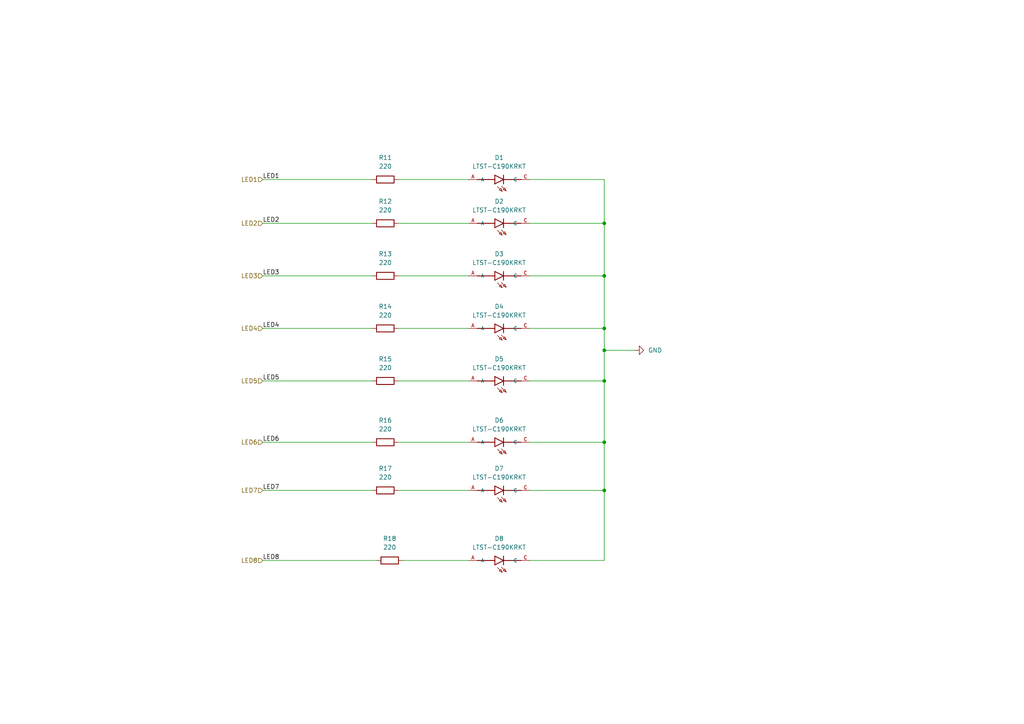
<source format=kicad_sch>
(kicad_sch (version 20211123) (generator eeschema)
  (paper "A4")
  (lib_symbols
    (symbol "Device:R" (pin_numbers hide) (pin_names (offset 0))
      (property "Reference" "R" (at 2.032 0 90))
      (property "Value" "R" (at 0 0 90))
      (symbol "R_0_1"
        (rectangle (start -1.016 -2.54) (end 1.016 2.54) (stroke (width 0.254)))
      )
      (symbol "R_1_1"
        (pin passive line (at 0 3.81 270) (length 1.27) (name "~") (number "1"))
        (pin passive line (at 0 -3.81 90) (length 1.27) (name "~") (number "2"))
      )
    )
    (symbol "LTST-C190KRKT:LTST-C190KRKT" (pin_names (offset 1.016))
      (property "Reference" "D" (at -2.032 4.064 0))
      (property "Value" "LTST-C190KRKT" (at -2.032 -3.81 0))
      (symbol "LTST-C190KRKT_0_0"
        (polyline (pts (xy -5.08 0) (xy 0 0)) (stroke (width 0.254)))
        (polyline (pts (xy 0 -1.27) (xy 0 0)) (stroke (width 0.254)))
        (polyline (pts (xy 0 0) (xy 0 1.27)) (stroke (width 0.254)))
        (polyline (pts (xy 0 0) (xy 2.54 1.27)) (stroke (width 0.254)))
        (polyline (pts (xy 0.635 1.905) (xy -0.762 3.302)) (stroke (width 0.1524)))
        (polyline (pts (xy 1.778 2.032) (xy 0.381 3.429)) (stroke (width 0.1524)))
        (polyline (pts (xy 2.54 -1.27) (xy 0 0)) (stroke (width 0.254)))
        (polyline (pts (xy 2.54 -1.27) (xy 2.54 0)) (stroke (width 0.254)))
        (polyline (pts (xy 2.54 0) (xy 2.54 1.27)) (stroke (width 0.254)))
        (polyline (pts (xy 2.54 0) (xy 7.62 0)) (stroke (width 0.254)))
        (polyline (pts (xy -0.762 3.302) (xy 0.127 2.921) (xy -0.381 2.413) (xy -0.762 3.302)) (stroke (width 0.1524)) (fill (type background)))
        (polyline (pts (xy 0.381 3.429) (xy 1.27 3.048) (xy 0.762 2.54) (xy 0.381 3.429)) (stroke (width 0.1524)) (fill (type background)))
        (pin passive line (at 10.16 0 180) (length 2.54) (name "A") (number "A"))
        (pin passive line (at -7.62 0 0) (length 2.54) (name "C") (number "C"))
      )
    )
    (symbol "power:GND" (power) (pin_names (offset 0))
      (property "Value" "GND" (at 0 -3.81 0))
      (symbol "GND_0_1"
        (polyline (pts (xy 0 0) (xy 0 -1.27) (xy 1.27 -1.27) (xy 0 -2.54) (xy -1.27 -1.27) (xy 0 -1.27)))
      )
      (symbol "GND_1_1"
        (pin power_in line (at 0 0 270) (length 0) hide (name "GND") (number "1"))
      )
    )
  )
  (junction (at 175.26 80.01))
  (junction (at 175.26 101.6))
  (junction (at 175.26 64.77))
  (junction (at 175.26 95.25))
  (junction (at 175.26 128.27))
  (junction (at 175.26 142.24))
  (junction (at 175.26 110.49))
  (wire (pts (xy 175.26 80.01) (xy 175.26 64.77)))
  (wire (pts (xy 76.2 142.24) (xy 107.95 142.24)))
  (wire (pts (xy 175.26 142.24) (xy 175.26 128.27)))
  (wire (pts (xy 175.26 101.6) (xy 175.26 95.25)))
  (wire (pts (xy 76.2 128.27) (xy 107.95 128.27)))
  (wire (pts (xy 116.84 162.56) (xy 135.89 162.56)))
  (wire (pts (xy 115.57 64.77) (xy 135.89 64.77)))
  (wire (pts (xy 76.2 52.07) (xy 107.95 52.07)))
  (wire (pts (xy 175.26 128.27) (xy 175.26 110.49)))
  (wire (pts (xy 115.57 110.49) (xy 135.89 110.49)))
  (wire (pts (xy 115.57 128.27) (xy 135.89 128.27)))
  (wire (pts (xy 184.15 101.6) (xy 175.26 101.6)))
  (wire (pts (xy 76.2 64.77) (xy 107.95 64.77)))
  (wire (pts (xy 76.2 95.25) (xy 107.95 95.25)))
  (wire (pts (xy 76.2 162.56) (xy 109.22 162.56)))
  (wire (pts (xy 115.57 95.25) (xy 135.89 95.25)))
  (wire (pts (xy 153.67 95.25) (xy 175.26 95.25)))
  (wire (pts (xy 153.67 64.77) (xy 175.26 64.77)))
  (wire (pts (xy 115.57 52.07) (xy 135.89 52.07)))
  (wire (pts (xy 153.67 110.49) (xy 175.26 110.49)))
  (wire (pts (xy 175.26 52.07) (xy 153.67 52.07)))
  (wire (pts (xy 175.26 64.77) (xy 175.26 52.07)))
  (wire (pts (xy 175.26 162.56) (xy 153.67 162.56)))
  (wire (pts (xy 76.2 110.49) (xy 107.95 110.49)))
  (wire (pts (xy 175.26 95.25) (xy 175.26 80.01)))
  (wire (pts (xy 153.67 128.27) (xy 175.26 128.27)))
  (wire (pts (xy 115.57 80.01) (xy 135.89 80.01)))
  (wire (pts (xy 153.67 80.01) (xy 175.26 80.01)))
  (wire (pts (xy 153.67 142.24) (xy 175.26 142.24)))
  (wire (pts (xy 175.26 110.49) (xy 175.26 101.6)))
  (wire (pts (xy 175.26 142.24) (xy 175.26 162.56)))
  (wire (pts (xy 76.2 80.01) (xy 107.95 80.01)))
  (wire (pts (xy 115.57 142.24) (xy 135.89 142.24)))
  (label "LED6" (at 76.2 128.27 0))
  (label "LED2" (at 76.2 64.77 0))
  (label "LED4" (at 76.2 95.25 0))
  (label "LED1" (at 76.2 52.07 0))
  (label "LED5" (at 76.2 110.49 0))
  (label "LED3" (at 76.2 80.01 0))
  (label "LED7" (at 76.2 142.24 0))
  (label "LED8" (at 76.2 162.56 0))
  (hierarchical_label "LED5" (shape input) (at 76.2 110.49 180))
  (hierarchical_label "LED8" (shape input) (at 76.2 162.56 180))
  (hierarchical_label "LED1" (shape input) (at 76.2 52.07 180))
  (hierarchical_label "LED6" (shape input) (at 76.2 128.27 180))
  (hierarchical_label "LED7" (shape input) (at 76.2 142.24 180))
  (hierarchical_label "LED4" (shape input) (at 76.2 95.25 180))
  (hierarchical_label "LED3" (shape input) (at 76.2 80.01 180))
  (hierarchical_label "LED2" (shape input) (at 76.2 64.77 180))
  (symbol (lib_id "LTST-C190KRKT:LTST-C190KRKT") (at 146.05 142.24 180) (unit 1)
    (property "Reference" "D7" (at 144.78 135.89 0))
    (property "Value" "LTST-C190KRKT" (at 144.78 138.43 0))
    (property "Footprint" "LEDC1608X35N" (effects hide))
  )
  (symbol (lib_id "power:GND") (at 184.15 101.6 90) (unit 1)
    (property "Reference" "#PWR01" (effects hide))
    (property "Value" "GND" (at 187.96 101.5999 90) (effects (justify right)))
  )
  (symbol (lib_id "Device:R") (at 111.76 80.01 90) (unit 1)
    (property "Reference" "R13" (at 111.76 73.66 90))
    (property "Value" "220" (at 111.76 76.2 90))
    (property "Footprint" "Resistor_SMD:R_0201_0603Metric" (effects hide))
  )
  (symbol (lib_id "LTST-C190KRKT:LTST-C190KRKT") (at 146.05 64.77 180) (unit 1)
    (property "Reference" "D2" (at 144.78 58.42 0))
    (property "Value" "LTST-C190KRKT" (at 144.78 60.96 0))
    (property "Footprint" "LEDC1608X35N" (effects hide))
  )
  (symbol (lib_id "LTST-C190KRKT:LTST-C190KRKT") (at 146.05 162.56 180) (unit 1)
    (property "Reference" "D8" (at 144.78 156.21 0))
    (property "Value" "LTST-C190KRKT" (at 144.78 158.75 0))
    (property "Footprint" "LEDC1608X35N" (effects hide))
  )
  (symbol (lib_id "Device:R") (at 111.76 95.25 90) (unit 1)
    (property "Reference" "R14" (at 111.76 88.9 90))
    (property "Value" "220" (at 111.76 91.44 90))
    (property "Footprint" "Resistor_SMD:R_0201_0603Metric" (effects hide))
  )
  (symbol (lib_id "LTST-C190KRKT:LTST-C190KRKT") (at 146.05 110.49 180) (unit 1)
    (property "Reference" "D5" (at 144.78 104.14 0))
    (property "Value" "LTST-C190KRKT" (at 144.78 106.68 0))
    (property "Footprint" "LEDC1608X35N" (effects hide))
  )
  (symbol (lib_id "LTST-C190KRKT:LTST-C190KRKT") (at 146.05 52.07 180) (unit 1)
    (property "Reference" "D1" (at 144.78 45.72 0))
    (property "Value" "LTST-C190KRKT" (at 144.78 48.26 0))
    (property "Footprint" "LEDC1608X35N" (effects hide))
  )
  (symbol (lib_id "Device:R") (at 111.76 142.24 90) (unit 1)
    (property "Reference" "R17" (at 111.76 135.89 90))
    (property "Value" "220" (at 111.76 138.43 90))
    (property "Footprint" "Resistor_SMD:R_0201_0603Metric" (effects hide))
  )
  (symbol (lib_id "LTST-C190KRKT:LTST-C190KRKT") (at 146.05 80.01 180) (unit 1)
    (property "Reference" "D3" (at 144.78 73.66 0))
    (property "Value" "LTST-C190KRKT" (at 144.78 76.2 0))
    (property "Footprint" "LEDC1608X35N" (effects hide))
  )
  (symbol (lib_id "Device:R") (at 113.03 162.56 90) (unit 1)
    (property "Reference" "R18" (at 113.03 156.21 90))
    (property "Value" "220" (at 113.03 158.75 90))
    (property "Footprint" "Resistor_SMD:R_0201_0603Metric" (effects hide))
  )
  (symbol (lib_id "Device:R") (at 111.76 64.77 90) (unit 1)
    (property "Reference" "R12" (at 111.76 58.42 90))
    (property "Value" "220" (at 111.76 60.96 90))
    (property "Footprint" "Resistor_SMD:R_0201_0603Metric" (effects hide))
  )
  (symbol (lib_id "LTST-C190KRKT:LTST-C190KRKT") (at 146.05 95.25 180) (unit 1)
    (property "Reference" "D4" (at 144.78 88.9 0))
    (property "Value" "LTST-C190KRKT" (at 144.78 91.44 0))
    (property "Footprint" "LEDC1608X35N" (effects hide))
  )
  (symbol (lib_id "Device:R") (at 111.76 128.27 90) (unit 1)
    (property "Reference" "R16" (at 111.76 121.92 90))
    (property "Value" "220" (at 111.76 124.46 90))
    (property "Footprint" "Resistor_SMD:R_0201_0603Metric" (effects hide))
  )
  (symbol (lib_id "Device:R") (at 111.76 52.07 90) (unit 1)
    (property "Reference" "R11" (at 111.76 45.72 90))
    (property "Value" "220" (at 111.76 48.26 90))
    (property "Footprint" "Resistor_SMD:R_0201_0603Metric" (effects hide))
  )
  (symbol (lib_id "Device:R") (at 111.76 110.49 90) (unit 1)
    (property "Reference" "R15" (at 111.76 104.14 90))
    (property "Value" "220" (at 111.76 106.68 90))
    (property "Footprint" "Resistor_SMD:R_0201_0603Metric" (effects hide))
  )
  (symbol (lib_id "LTST-C190KRKT:LTST-C190KRKT") (at 146.05 128.27 180) (unit 1)
    (property "Reference" "D6" (at 144.78 121.92 0))
    (property "Value" "LTST-C190KRKT" (at 144.78 124.46 0))
    (property "Footprint" "LEDC1608X35N" (effects hide))
  )
)
</source>
